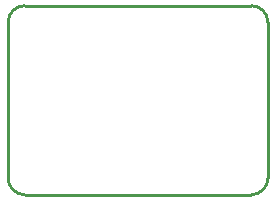
<source format=gko>
G04 Layer: BoardOutlineLayer*
G04 EasyEDA v6.5.38, 2023-11-10 20:44:27*
G04 e4c0b13db0354c908f99d6cd3f1572da,93b1fbd85c6d4c91ac372c37b1ebbe7b,10*
G04 Gerber Generator version 0.2*
G04 Scale: 100 percent, Rotated: No, Reflected: No *
G04 Dimensions in millimeters *
G04 leading zeros omitted , absolute positions ,4 integer and 5 decimal *
%FSLAX45Y45*%
%MOMM*%

%ADD10C,0.2540*%
D10*
X839998Y8199983D02*
G01*
X2759994Y8199983D01*
X2759994Y6599986D02*
G01*
X839998Y6599986D01*
X699998Y6739986D02*
G01*
X699998Y8059983D01*
X2899994Y8059983D02*
G01*
X2899994Y6739986D01*
G75*
G01*
X2759994Y8199984D02*
G02*
X2899994Y8059984I0J-140000D01*
G75*
G01*
X2899994Y6739987D02*
G02*
X2759994Y6599987I-140000J0D01*
G75*
G01*
X839998Y6599987D02*
G02*
X699999Y6739987I0J140000D01*
G75*
G01*
X699999Y8059984D02*
G02*
X839998Y8199984I139999J0D01*

%LPD*%
M02*

</source>
